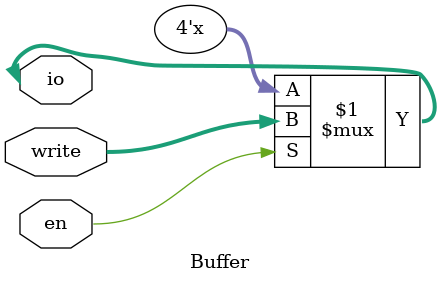
<source format=v>
module Buffer(inout [3:0] io, input [3:0] write, input en);
    assign io = en ? write : 4'bZZZZ;
endmodule

</source>
